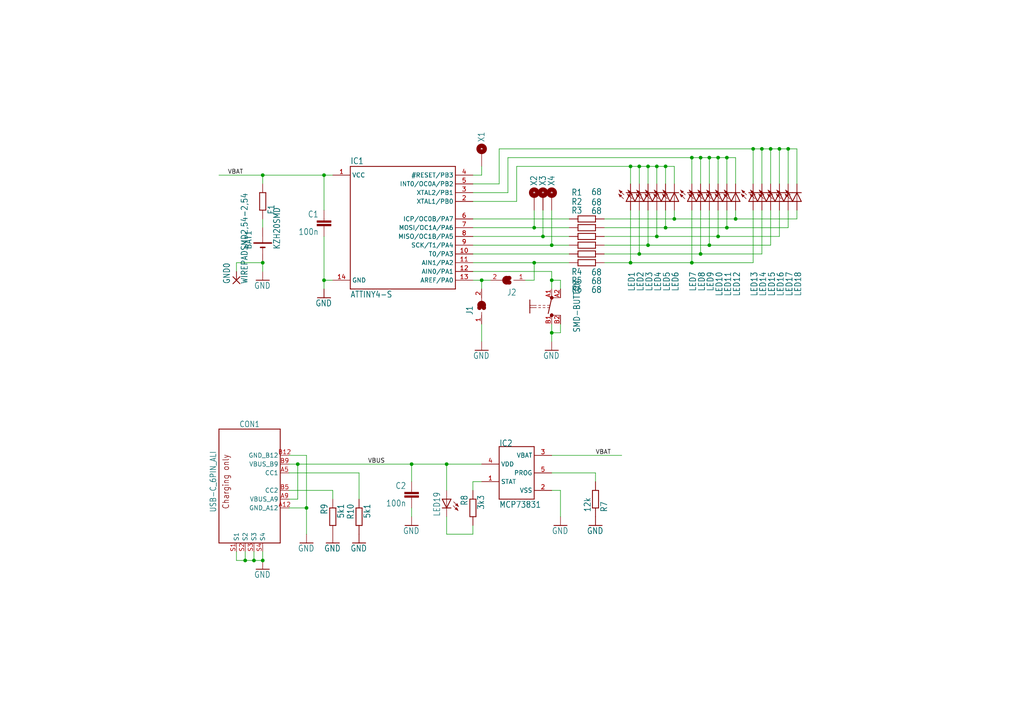
<source format=kicad_sch>
(kicad_sch (version 20230121) (generator eeschema)
  (paper "A4")
  (lib_symbols
    (symbol "AKLM-2.2-eagle-import:ATTINY4-S"
      (property "Reference" "IC" (at -15.24 20.32 0))
      (symbol "ATTINY4-S_1_0"
        (polyline (pts (xy -15.24 -17.78) (xy 15.24 -17.78)) (stroke (width 0.254)))
        (polyline (pts (xy -15.24 17.78) (xy -15.24 -17.78)) (stroke (width 0.254)))
        (polyline (pts (xy 15.24 -17.78) (xy 15.24 17.78)) (stroke (width 0.254)))
        (polyline (pts (xy 15.24 17.78) (xy -15.24 17.78)) (stroke (width 0.254)))
        (pin power_in line (at -20.32 15.24 0) (length 5.08) (name "VCC") (number "1"))
        (pin bidirectional line (at 20.32 -7.62 180) (length 5.08) (name "T0/PA3") (number "10"))
        (pin bidirectional line (at 20.32 -10.16 180) (length 5.08) (name "AIN1/PA2") (number "11"))
        (pin bidirectional line (at 20.32 -12.7 180) (length 5.08) (name "AIN0/PA1") (number "12"))
        (pin bidirectional line (at 20.32 -15.24 180) (length 5.08) (name "AREF/PA0") (number "13"))
        (pin power_in line (at -20.32 -15.24 0) (length 5.08) (name "GND") (number "14"))
        (pin bidirectional line (at 20.32 7.62 180) (length 5.08) (name "XTAL1/PB0") (number "2"))
        (pin bidirectional line (at 20.32 10.16 180) (length 5.08) (name "XTAL2/PB1") (number "3"))
        (pin bidirectional line (at 20.32 15.24 180) (length 5.08) (name "#RESET/PB3") (number "4"))
        (pin bidirectional line (at 20.32 12.7 180) (length 5.08) (name "INT0/OC0A/PB2") (number "5"))
        (pin bidirectional line (at 20.32 2.54 180) (length 5.08) (name "ICP/OC0B/PA7") (number "6"))
        (pin bidirectional line (at 20.32 0 180) (length 5.08) (name "MOSI/OC1A/PA6") (number "7"))
        (pin bidirectional line (at 20.32 -2.54 180) (length 5.08) (name "MISO/OC1B/PA5") (number "8"))
        (pin bidirectional line (at 20.32 -5.08 180) (length 5.08) (name "SCK/T1/PA4") (number "9"))
      )
    )
    (symbol "AKLM-2.2-eagle-import:C-EUC0805"
      (property "Reference" "C" (at 1.524 0.381 0))
      (symbol "C-EUC0805_1_0"
        (rectangle (start -2.032 -2.032) (end 2.032 -1.524) (fill (type outline)))
        (rectangle (start -2.032 -1.016) (end 2.032 -0.508) (fill (type outline)))
        (polyline (pts (xy 0 -2.54) (xy 0 -2.032)) (stroke (width 0.1524)))
        (polyline (pts (xy 0 0) (xy 0 -0.508)) (stroke (width 0.1524)))
        (pin passive line (at 0 2.54 270) (length 2.54) (name "1") (number "1"))
        (pin passive line (at 0 -5.08 90) (length 2.54) (name "2") (number "2"))
      )
    )
    (symbol "AKLM-2.2-eagle-import:GND" (power)
      (property "Value" "GND" (at -2.54 -2.54 0))
      (symbol "GND_1_0"
        (polyline (pts (xy -1.905 0) (xy 1.905 0)) (stroke (width 0.254)))
        (pin power_in line (at 0 2.54 270) (length 2.54) (name "GND") (number "1"))
      )
    )
    (symbol "AKLM-2.2-eagle-import:KZH20SMD"
      (property "Reference" "BAT" (at -1.27 3.175 0))
      (symbol "KZH20SMD_1_0"
        (polyline (pts (xy -2.54 0) (xy -0.635 0)) (stroke (width 0.1524)))
        (polyline (pts (xy -0.635 0) (xy -0.635 -0.635)) (stroke (width 0.4064)))
        (polyline (pts (xy -0.635 0.635) (xy -0.635 0)) (stroke (width 0.4064)))
        (polyline (pts (xy 0.635 0) (xy 0.635 -2.54)) (stroke (width 0.4064)))
        (polyline (pts (xy 0.635 0) (xy 2.54 0)) (stroke (width 0.1524)))
        (polyline (pts (xy 0.635 2.54) (xy 0.635 0)) (stroke (width 0.4064)))
        (pin power_in line (at -5.08 0 0) (length 2.54) (name "-") (number "NEG"))
        (pin power_in line (at 5.08 0 180) (length 2.54) (name "+") (number "POS"))
      )
    )
    (symbol "AKLM-2.2-eagle-import:LED_0805"
      (property "Reference" "LED" (at 3.81 -2.54 90))
      (symbol "LED_0805_1_0"
        (polyline (pts (xy -2.032 1.778) (xy -3.429 0.381)) (stroke (width 0.1524)))
        (polyline (pts (xy -1.905 0.635) (xy -3.302 -0.762)) (stroke (width 0.1524)))
        (polyline (pts (xy 0 0) (xy -1.27 0)) (stroke (width 0.254)))
        (polyline (pts (xy 0 0) (xy -1.27 2.54)) (stroke (width 0.254)))
        (polyline (pts (xy 0 2.54) (xy -1.27 2.54)) (stroke (width 0.254)))
        (polyline (pts (xy 0 2.54) (xy 0 0)) (stroke (width 0.1524)))
        (polyline (pts (xy 1.27 0) (xy 0 0)) (stroke (width 0.254)))
        (polyline (pts (xy 1.27 2.54) (xy 0 0)) (stroke (width 0.254)))
        (polyline (pts (xy 1.27 2.54) (xy 0 2.54)) (stroke (width 0.254)))
        (polyline (pts (xy -3.429 0.381) (xy -3.048 1.27) (xy -2.54 0.762)) (stroke (width 0.1524)) (fill (type outline)))
        (polyline (pts (xy -3.302 -0.762) (xy -2.921 0.127) (xy -2.413 -0.381)) (stroke (width 0.1524)) (fill (type outline)))
        (pin passive line (at 0 5.08 270) (length 2.54) (name "A") (number "A"))
        (pin passive line (at 0 -2.54 90) (length 2.54) (name "C") (number "C"))
      )
    )
    (symbol "AKLM-2.2-eagle-import:MCP73831"
      (property "Reference" "IC" (at -5.08 7.62 0))
      (symbol "MCP73831_1_0"
        (polyline (pts (xy -5.08 -7.62) (xy -5.08 7.62)) (stroke (width 0.254)))
        (polyline (pts (xy -5.08 7.62) (xy 5.08 7.62)) (stroke (width 0.254)))
        (polyline (pts (xy 5.08 -7.62) (xy -5.08 -7.62)) (stroke (width 0.254)))
        (polyline (pts (xy 5.08 7.62) (xy 5.08 -7.62)) (stroke (width 0.254)))
        (pin bidirectional line (at -10.16 -2.54 0) (length 5.08) (name "STAT") (number "1"))
        (pin bidirectional line (at 10.16 -5.08 180) (length 5.08) (name "VSS") (number "2"))
        (pin bidirectional line (at 10.16 5.08 180) (length 5.08) (name "VBAT") (number "3"))
        (pin bidirectional line (at -10.16 2.54 0) (length 5.08) (name "VDD") (number "4"))
        (pin bidirectional line (at 10.16 0 180) (length 5.08) (name "PROG") (number "5"))
      )
    )
    (symbol "AKLM-2.2-eagle-import:R-EU_R0805"
      (property "Reference" "R" (at -3.81 1.4986 0))
      (symbol "R-EU_R0805_1_0"
        (polyline (pts (xy -2.54 -0.889) (xy -2.54 0.889)) (stroke (width 0.254)))
        (polyline (pts (xy -2.54 -0.889) (xy 2.54 -0.889)) (stroke (width 0.254)))
        (polyline (pts (xy 2.54 -0.889) (xy 2.54 0.889)) (stroke (width 0.254)))
        (polyline (pts (xy 2.54 0.889) (xy -2.54 0.889)) (stroke (width 0.254)))
        (pin passive line (at -5.08 0 0) (length 2.54) (name "1") (number "1"))
        (pin passive line (at 5.08 0 180) (length 2.54) (name "2") (number "2"))
      )
    )
    (symbol "AKLM-2.2-eagle-import:R-EU_R1206"
      (property "Reference" "R" (at -3.81 1.4986 0))
      (symbol "R-EU_R1206_1_0"
        (polyline (pts (xy -2.54 -0.889) (xy -2.54 0.889)) (stroke (width 0.254)))
        (polyline (pts (xy -2.54 -0.889) (xy 2.54 -0.889)) (stroke (width 0.254)))
        (polyline (pts (xy 2.54 -0.889) (xy 2.54 0.889)) (stroke (width 0.254)))
        (polyline (pts (xy 2.54 0.889) (xy -2.54 0.889)) (stroke (width 0.254)))
        (pin passive line (at -5.08 0 0) (length 2.54) (name "1") (number "1"))
        (pin passive line (at 5.08 0 180) (length 2.54) (name "2") (number "2"))
      )
    )
    (symbol "AKLM-2.2-eagle-import:SJS"
      (property "Reference" "SJ" (at -2.54 2.54 0))
      (symbol "SJS_1_0"
        (arc (start -0.381 -0.635) (mid 0.2541 -0.0001) (end -0.3808 0.635) (stroke (width 1.27)))
        (polyline (pts (xy -2.54 0) (xy -1.651 0)) (stroke (width 0.1524)))
        (polyline (pts (xy 2.54 0) (xy 1.651 0)) (stroke (width 0.1524)))
        (arc (start 0.3808 -0.635) (mid 1.0132 -0.0001) (end 0.381 0.635) (stroke (width 1.27)))
        (pin passive line (at -5.08 0 0) (length 2.54) (name "1") (number "1"))
        (pin passive line (at 5.08 0 180) (length 2.54) (name "2") (number "2"))
      )
    )
    (symbol "AKLM-2.2-eagle-import:SMD-BUTTON"
      (symbol "SMD-BUTTON_1_0"
        (circle (center -2.54 0) (radius 0.127) (stroke (width 0.4064)))
        (polyline (pts (xy -2.54 -2.54) (xy -2.54 0)) (stroke (width 0.1524)))
        (polyline (pts (xy -2.54 0) (xy 0.3175 0.635)) (stroke (width 0.254)))
        (polyline (pts (xy -0.3175 1.27) (xy -0.3175 0.635)) (stroke (width 0.1524)))
        (polyline (pts (xy -0.3175 2.54) (xy -0.3175 1.905)) (stroke (width 0.1524)))
        (polyline (pts (xy -0.3175 3.81) (xy -0.3175 3.175)) (stroke (width 0.1524)))
        (polyline (pts (xy -0.3175 6.35) (xy -1.905 6.35)) (stroke (width 0.254)))
        (polyline (pts (xy -0.3175 6.35) (xy -0.3175 4.445)) (stroke (width 0.1524)))
        (polyline (pts (xy 0.3175 0.635) (xy 2.032 1.016)) (stroke (width 0.254)))
        (polyline (pts (xy 0.3175 1.27) (xy 0.3175 0.635)) (stroke (width 0.1524)))
        (polyline (pts (xy 0.3175 2.54) (xy 0.3175 1.905)) (stroke (width 0.1524)))
        (polyline (pts (xy 0.3175 3.81) (xy 0.3175 3.175)) (stroke (width 0.1524)))
        (polyline (pts (xy 0.3175 6.35) (xy -0.3175 6.35)) (stroke (width 0.254)))
        (polyline (pts (xy 0.3175 6.35) (xy 0.3175 4.445)) (stroke (width 0.1524)))
        (polyline (pts (xy 1.905 6.35) (xy 0.3175 6.35)) (stroke (width 0.254)))
        (polyline (pts (xy 2.032 0) (xy 2.54 0)) (stroke (width 0.254)))
        (polyline (pts (xy 2.54 -2.54) (xy 2.54 0)) (stroke (width 0.1524)))
        (circle (center 2.54 0) (radius 0.127) (stroke (width 0.4064)))
        (pin passive line (at -5.08 0 0) (length 2.54) (name "P") (number "A1"))
        (pin passive line (at -5.08 -2.54 0) (length 2.54) (name "P@1") (number "A2"))
        (pin passive line (at 5.08 0 180) (length 2.54) (name "S") (number "B1"))
        (pin passive line (at 5.08 -2.54 180) (length 2.54) (name "S@1") (number "B2"))
      )
    )
    (symbol "AKLM-2.2-eagle-import:SMDPAD-75"
      (property "Reference" "X" (at 1.905 -0.889 0))
      (symbol "SMDPAD-75_1_0"
        (circle (center 0 0) (radius 0.254) (stroke (width 1.27)))
        (pin bidirectional line (at -5.08 0 0) (length 5.08) (name "P$1") (number "PAD"))
      )
    )
    (symbol "AKLM-2.2-eagle-import:USB-C_6PIN_ALI"
      (property "Reference" "CON" (at 1.27 15.748 0))
      (symbol "USB-C_6PIN_ALI_1_0"
        (polyline (pts (xy -7.62 -17.78) (xy -7.62 15.24)) (stroke (width 0.254)))
        (polyline (pts (xy -7.62 15.24) (xy 10.16 15.24)) (stroke (width 0.254)))
        (polyline (pts (xy 10.16 -17.78) (xy -7.62 -17.78)) (stroke (width 0.254)))
        (polyline (pts (xy 10.16 15.24) (xy 10.16 -17.78)) (stroke (width 0.254)))
        (text "Charging only" (at -4.572 0 900) (effects (font (size 1.778 1.5113)) (justify bottom)))
        (pin passive line (at 12.7 -7.62 180) (length 2.54) (name "GND_A12") (number "A12"))
        (pin passive line (at 12.7 2.54 180) (length 2.54) (name "CC1") (number "A5"))
        (pin passive line (at 12.7 -5.08 180) (length 2.54) (name "VBUS_A9") (number "A9"))
        (pin passive line (at 12.7 7.62 180) (length 2.54) (name "GND_B12") (number "B12"))
        (pin passive line (at 12.7 -2.54 180) (length 2.54) (name "CC2") (number "B5"))
        (pin passive line (at 12.7 5.08 180) (length 2.54) (name "VBUS_B9") (number "B9"))
        (pin passive line (at -2.54 -20.32 90) (length 2.54) (name "S1") (number "S1"))
        (pin passive line (at 0 -20.32 90) (length 2.54) (name "S2") (number "S2"))
        (pin passive line (at 2.54 -20.32 90) (length 2.54) (name "S3") (number "S3"))
        (pin passive line (at 5.08 -20.32 90) (length 2.54) (name "S4") (number "S4"))
      )
    )
    (symbol "AKLM-2.2-eagle-import:WIREPADSMD2,54-2,54"
      (property "Reference" "PAD" (at -1.143 1.8542 0))
      (symbol "WIREPADSMD2,54-2,54_1_0"
        (polyline (pts (xy -1.016 -1.016) (xy 1.016 1.016)) (stroke (width 0.254)))
        (polyline (pts (xy -1.016 1.016) (xy 1.016 -1.016)) (stroke (width 0.254)))
        (pin passive line (at 2.54 0 180) (length 2.54) (name "P") (number "1"))
      )
    )
  )
  (junction (at 213.36 63.5))
  (junction (at 195.58 63.5))
  (junction (at 119.38 134.62))
  (junction (at 205.74 71.12))
  (junction (at 228.6 43.18))
  (junction (at 182.88 76.2))
  (junction (at 73.66 162.56))
  (junction (at 223.52 43.18))
  (junction (at 226.06 43.18))
  (junction (at 160.02 96.52))
  (junction (at 76.2 76.2))
  (junction (at 93.98 50.8))
  (junction (at 187.96 48.26))
  (junction (at 190.5 48.26))
  (junction (at 88.9 147.32))
  (junction (at 203.2 45.72))
  (junction (at 193.04 48.26))
  (junction (at 86.36 134.62))
  (junction (at 160.02 81.28))
  (junction (at 210.82 45.72))
  (junction (at 185.42 73.66))
  (junction (at 154.94 76.2))
  (junction (at 154.94 66.04))
  (junction (at 220.98 43.18))
  (junction (at 200.66 76.2))
  (junction (at 139.7 81.28))
  (junction (at 218.44 43.18))
  (junction (at 76.2 162.56))
  (junction (at 76.2 50.8))
  (junction (at 187.96 71.12))
  (junction (at 185.42 48.26))
  (junction (at 93.98 81.28))
  (junction (at 190.5 68.58))
  (junction (at 208.28 45.72))
  (junction (at 71.12 162.56))
  (junction (at 205.74 45.72))
  (junction (at 157.48 68.58))
  (junction (at 200.66 45.72))
  (junction (at 182.88 48.26))
  (junction (at 160.02 71.12))
  (junction (at 129.54 134.62))
  (junction (at 203.2 73.66))
  (junction (at 193.04 66.04))
  (junction (at 208.28 68.58))
  (junction (at 210.82 66.04))
  (wire (pts (xy 195.58 60.96) (xy 195.58 63.5)) (stroke (width 0.1524)))
  (wire (pts (xy 160.02 83.82) (xy 160.02 81.28)) (stroke (width 0.1524)))
  (wire (pts (xy 96.52 81.28) (xy 93.98 81.28)) (stroke (width 0.1524)))
  (wire (pts (xy 220.98 43.18) (xy 223.52 43.18)) (stroke (width 0.1524)))
  (wire (pts (xy 182.88 48.26) (xy 182.88 53.34)) (stroke (width 0.1524)))
  (wire (pts (xy 203.2 73.66) (xy 220.98 73.66)) (stroke (width 0.1524)))
  (wire (pts (xy 137.16 63.5) (xy 165.1 63.5)) (stroke (width 0.1524)))
  (wire (pts (xy 119.38 149.86) (xy 119.38 147.32)) (stroke (width 0.1524)))
  (wire (pts (xy 147.32 55.88) (xy 147.32 45.72)) (stroke (width 0.1524)))
  (wire (pts (xy 190.5 60.96) (xy 190.5 68.58)) (stroke (width 0.1524)))
  (wire (pts (xy 76.2 50.8) (xy 63.5 50.8)) (stroke (width 0.1524)))
  (wire (pts (xy 205.74 45.72) (xy 208.28 45.72)) (stroke (width 0.1524)))
  (wire (pts (xy 137.16 81.28) (xy 139.7 81.28)) (stroke (width 0.1524)))
  (wire (pts (xy 96.52 142.24) (xy 96.52 144.78)) (stroke (width 0.1524)))
  (wire (pts (xy 137.16 58.42) (xy 149.86 58.42)) (stroke (width 0.1524)))
  (wire (pts (xy 86.36 134.62) (xy 119.38 134.62)) (stroke (width 0.1524)))
  (wire (pts (xy 160.02 99.06) (xy 160.02 96.52)) (stroke (width 0.1524)))
  (wire (pts (xy 160.02 137.16) (xy 172.72 137.16)) (stroke (width 0.1524)))
  (wire (pts (xy 218.44 43.18) (xy 220.98 43.18)) (stroke (width 0.1524)))
  (wire (pts (xy 71.12 162.56) (xy 68.58 162.56)) (stroke (width 0.1524)))
  (wire (pts (xy 137.16 71.12) (xy 160.02 71.12)) (stroke (width 0.1524)))
  (wire (pts (xy 213.36 60.96) (xy 213.36 63.5)) (stroke (width 0.1524)))
  (wire (pts (xy 162.56 81.28) (xy 160.02 81.28)) (stroke (width 0.1524)))
  (wire (pts (xy 154.94 76.2) (xy 165.1 76.2)) (stroke (width 0.1524)))
  (wire (pts (xy 175.26 73.66) (xy 185.42 73.66)) (stroke (width 0.1524)))
  (wire (pts (xy 86.36 134.62) (xy 83.82 134.62)) (stroke (width 0.1524)))
  (wire (pts (xy 93.98 68.58) (xy 93.98 81.28)) (stroke (width 0.1524)))
  (wire (pts (xy 228.6 43.18) (xy 231.14 43.18)) (stroke (width 0.1524)))
  (wire (pts (xy 203.2 45.72) (xy 205.74 45.72)) (stroke (width 0.1524)))
  (wire (pts (xy 223.52 53.34) (xy 223.52 43.18)) (stroke (width 0.1524)))
  (wire (pts (xy 200.66 60.96) (xy 200.66 76.2)) (stroke (width 0.1524)))
  (wire (pts (xy 83.82 142.24) (xy 96.52 142.24)) (stroke (width 0.1524)))
  (wire (pts (xy 210.82 53.34) (xy 210.82 45.72)) (stroke (width 0.1524)))
  (wire (pts (xy 142.24 81.28) (xy 139.7 81.28)) (stroke (width 0.1524)))
  (wire (pts (xy 187.96 60.96) (xy 187.96 71.12)) (stroke (width 0.1524)))
  (wire (pts (xy 200.66 45.72) (xy 203.2 45.72)) (stroke (width 0.1524)))
  (wire (pts (xy 137.16 142.24) (xy 137.16 139.7)) (stroke (width 0.1524)))
  (wire (pts (xy 93.98 60.96) (xy 93.98 50.8)) (stroke (width 0.1524)))
  (wire (pts (xy 162.56 83.82) (xy 162.56 81.28)) (stroke (width 0.1524)))
  (wire (pts (xy 182.88 48.26) (xy 185.42 48.26)) (stroke (width 0.1524)))
  (wire (pts (xy 228.6 66.04) (xy 228.6 60.96)) (stroke (width 0.1524)))
  (wire (pts (xy 185.42 73.66) (xy 203.2 73.66)) (stroke (width 0.1524)))
  (wire (pts (xy 175.26 68.58) (xy 190.5 68.58)) (stroke (width 0.1524)))
  (wire (pts (xy 149.86 48.26) (xy 182.88 48.26)) (stroke (width 0.1524)))
  (wire (pts (xy 154.94 66.04) (xy 165.1 66.04)) (stroke (width 0.1524)))
  (wire (pts (xy 137.16 73.66) (xy 165.1 73.66)) (stroke (width 0.1524)))
  (wire (pts (xy 86.36 144.78) (xy 86.36 134.62)) (stroke (width 0.1524)))
  (wire (pts (xy 175.26 71.12) (xy 187.96 71.12)) (stroke (width 0.1524)))
  (wire (pts (xy 218.44 53.34) (xy 218.44 43.18)) (stroke (width 0.1524)))
  (wire (pts (xy 129.54 154.94) (xy 137.16 154.94)) (stroke (width 0.1524)))
  (wire (pts (xy 68.58 76.2) (xy 76.2 76.2)) (stroke (width 0.1524)))
  (wire (pts (xy 231.14 43.18) (xy 231.14 53.34)) (stroke (width 0.1524)))
  (wire (pts (xy 68.58 78.74) (xy 68.58 76.2)) (stroke (width 0.1524)))
  (wire (pts (xy 129.54 134.62) (xy 139.7 134.62)) (stroke (width 0.1524)))
  (wire (pts (xy 76.2 50.8) (xy 76.2 53.34)) (stroke (width 0.1524)))
  (wire (pts (xy 154.94 81.28) (xy 154.94 76.2)) (stroke (width 0.1524)))
  (wire (pts (xy 160.02 132.08) (xy 180.34 132.08)) (stroke (width 0.1524)))
  (wire (pts (xy 175.26 63.5) (xy 195.58 63.5)) (stroke (width 0.1524)))
  (wire (pts (xy 185.42 48.26) (xy 187.96 48.26)) (stroke (width 0.1524)))
  (wire (pts (xy 157.48 60.96) (xy 157.48 68.58)) (stroke (width 0.1524)))
  (wire (pts (xy 137.16 139.7) (xy 139.7 139.7)) (stroke (width 0.1524)))
  (wire (pts (xy 162.56 93.98) (xy 162.56 96.52)) (stroke (width 0.1524)))
  (wire (pts (xy 137.16 53.34) (xy 144.78 53.34)) (stroke (width 0.1524)))
  (wire (pts (xy 137.16 68.58) (xy 157.48 68.58)) (stroke (width 0.1524)))
  (wire (pts (xy 147.32 45.72) (xy 200.66 45.72)) (stroke (width 0.1524)))
  (wire (pts (xy 71.12 160.02) (xy 71.12 162.56)) (stroke (width 0.1524)))
  (wire (pts (xy 139.7 50.8) (xy 139.7 48.26)) (stroke (width 0.1524)))
  (wire (pts (xy 231.14 63.5) (xy 231.14 60.96)) (stroke (width 0.1524)))
  (wire (pts (xy 210.82 60.96) (xy 210.82 66.04)) (stroke (width 0.1524)))
  (wire (pts (xy 220.98 73.66) (xy 220.98 60.96)) (stroke (width 0.1524)))
  (wire (pts (xy 160.02 93.98) (xy 160.02 96.52)) (stroke (width 0.1524)))
  (wire (pts (xy 187.96 71.12) (xy 205.74 71.12)) (stroke (width 0.1524)))
  (wire (pts (xy 76.2 78.74) (xy 76.2 76.2)) (stroke (width 0.1524)))
  (wire (pts (xy 144.78 43.18) (xy 218.44 43.18)) (stroke (width 0.1524)))
  (wire (pts (xy 175.26 66.04) (xy 193.04 66.04)) (stroke (width 0.1524)))
  (wire (pts (xy 73.66 162.56) (xy 71.12 162.56)) (stroke (width 0.1524)))
  (wire (pts (xy 208.28 53.34) (xy 208.28 45.72)) (stroke (width 0.1524)))
  (wire (pts (xy 88.9 147.32) (xy 83.82 147.32)) (stroke (width 0.1524)))
  (wire (pts (xy 223.52 71.12) (xy 223.52 60.96)) (stroke (width 0.1524)))
  (wire (pts (xy 210.82 45.72) (xy 213.36 45.72)) (stroke (width 0.1524)))
  (wire (pts (xy 162.56 96.52) (xy 160.02 96.52)) (stroke (width 0.1524)))
  (wire (pts (xy 137.16 55.88) (xy 147.32 55.88)) (stroke (width 0.1524)))
  (wire (pts (xy 88.9 147.32) (xy 88.9 154.94)) (stroke (width 0.1524)))
  (wire (pts (xy 144.78 53.34) (xy 144.78 43.18)) (stroke (width 0.1524)))
  (wire (pts (xy 210.82 66.04) (xy 228.6 66.04)) (stroke (width 0.1524)))
  (wire (pts (xy 185.42 48.26) (xy 185.42 53.34)) (stroke (width 0.1524)))
  (wire (pts (xy 182.88 76.2) (xy 200.66 76.2)) (stroke (width 0.1524)))
  (wire (pts (xy 213.36 63.5) (xy 231.14 63.5)) (stroke (width 0.1524)))
  (wire (pts (xy 205.74 71.12) (xy 223.52 71.12)) (stroke (width 0.1524)))
  (wire (pts (xy 208.28 45.72) (xy 210.82 45.72)) (stroke (width 0.1524)))
  (wire (pts (xy 104.14 137.16) (xy 104.14 144.78)) (stroke (width 0.1524)))
  (wire (pts (xy 119.38 134.62) (xy 129.54 134.62)) (stroke (width 0.1524)))
  (wire (pts (xy 190.5 48.26) (xy 190.5 53.34)) (stroke (width 0.1524)))
  (wire (pts (xy 208.28 60.96) (xy 208.28 68.58)) (stroke (width 0.1524)))
  (wire (pts (xy 129.54 142.24) (xy 129.54 134.62)) (stroke (width 0.1524)))
  (wire (pts (xy 160.02 71.12) (xy 165.1 71.12)) (stroke (width 0.1524)))
  (wire (pts (xy 172.72 137.16) (xy 172.72 139.7)) (stroke (width 0.1524)))
  (wire (pts (xy 137.16 50.8) (xy 139.7 50.8)) (stroke (width 0.1524)))
  (wire (pts (xy 193.04 66.04) (xy 210.82 66.04)) (stroke (width 0.1524)))
  (wire (pts (xy 129.54 149.86) (xy 129.54 154.94)) (stroke (width 0.1524)))
  (wire (pts (xy 93.98 83.82) (xy 93.98 81.28)) (stroke (width 0.1524)))
  (wire (pts (xy 203.2 53.34) (xy 203.2 45.72)) (stroke (width 0.1524)))
  (wire (pts (xy 190.5 48.26) (xy 193.04 48.26)) (stroke (width 0.1524)))
  (wire (pts (xy 137.16 66.04) (xy 154.94 66.04)) (stroke (width 0.1524)))
  (wire (pts (xy 93.98 50.8) (xy 76.2 50.8)) (stroke (width 0.1524)))
  (wire (pts (xy 208.28 68.58) (xy 226.06 68.58)) (stroke (width 0.1524)))
  (wire (pts (xy 220.98 53.34) (xy 220.98 43.18)) (stroke (width 0.1524)))
  (wire (pts (xy 205.74 60.96) (xy 205.74 71.12)) (stroke (width 0.1524)))
  (wire (pts (xy 83.82 132.08) (xy 88.9 132.08)) (stroke (width 0.1524)))
  (wire (pts (xy 228.6 53.34) (xy 228.6 43.18)) (stroke (width 0.1524)))
  (wire (pts (xy 193.04 48.26) (xy 193.04 53.34)) (stroke (width 0.1524)))
  (wire (pts (xy 185.42 60.96) (xy 185.42 73.66)) (stroke (width 0.1524)))
  (wire (pts (xy 193.04 48.26) (xy 195.58 48.26)) (stroke (width 0.1524)))
  (wire (pts (xy 139.7 81.28) (xy 139.7 83.82)) (stroke (width 0.1524)))
  (wire (pts (xy 93.98 50.8) (xy 96.52 50.8)) (stroke (width 0.1524)))
  (wire (pts (xy 187.96 48.26) (xy 190.5 48.26)) (stroke (width 0.1524)))
  (wire (pts (xy 175.26 76.2) (xy 182.88 76.2)) (stroke (width 0.1524)))
  (wire (pts (xy 152.4 81.28) (xy 154.94 81.28)) (stroke (width 0.1524)))
  (wire (pts (xy 187.96 48.26) (xy 187.96 53.34)) (stroke (width 0.1524)))
  (wire (pts (xy 203.2 60.96) (xy 203.2 73.66)) (stroke (width 0.1524)))
  (wire (pts (xy 160.02 142.24) (xy 162.56 142.24)) (stroke (width 0.1524)))
  (wire (pts (xy 68.58 162.56) (xy 68.58 160.02)) (stroke (width 0.1524)))
  (wire (pts (xy 137.16 76.2) (xy 154.94 76.2)) (stroke (width 0.1524)))
  (wire (pts (xy 88.9 132.08) (xy 88.9 147.32)) (stroke (width 0.1524)))
  (wire (pts (xy 83.82 144.78) (xy 86.36 144.78)) (stroke (width 0.1524)))
  (wire (pts (xy 182.88 60.96) (xy 182.88 76.2)) (stroke (width 0.1524)))
  (wire (pts (xy 73.66 160.02) (xy 73.66 162.56)) (stroke (width 0.1524)))
  (wire (pts (xy 200.66 53.34) (xy 200.66 45.72)) (stroke (width 0.1524)))
  (wire (pts (xy 83.82 137.16) (xy 104.14 137.16)) (stroke (width 0.1524)))
  (wire (pts (xy 226.06 53.34) (xy 226.06 43.18)) (stroke (width 0.1524)))
  (wire (pts (xy 160.02 81.28) (xy 160.02 78.74)) (stroke (width 0.1524)))
  (wire (pts (xy 213.36 45.72) (xy 213.36 53.34)) (stroke (width 0.1524)))
  (wire (pts (xy 195.58 48.26) (xy 195.58 53.34)) (stroke (width 0.1524)))
  (wire (pts (xy 137.16 154.94) (xy 137.16 152.4)) (stroke (width 0.1524)))
  (wire (pts (xy 190.5 68.58) (xy 208.28 68.58)) (stroke (width 0.1524)))
  (wire (pts (xy 139.7 93.98) (xy 139.7 99.06)) (stroke (width 0.1524)))
  (wire (pts (xy 200.66 76.2) (xy 218.44 76.2)) (stroke (width 0.1524)))
  (wire (pts (xy 205.74 53.34) (xy 205.74 45.72)) (stroke (width 0.1524)))
  (wire (pts (xy 193.04 60.96) (xy 193.04 66.04)) (stroke (width 0.1524)))
  (wire (pts (xy 162.56 142.24) (xy 162.56 149.86)) (stroke (width 0.1524)))
  (wire (pts (xy 76.2 162.56) (xy 73.66 162.56)) (stroke (width 0.1524)))
  (wire (pts (xy 218.44 76.2) (xy 218.44 60.96)) (stroke (width 0.1524)))
  (wire (pts (xy 76.2 63.5) (xy 76.2 66.04)) (stroke (width 0.1524)))
  (wire (pts (xy 160.02 60.96) (xy 160.02 71.12)) (stroke (width 0.1524)))
  (wire (pts (xy 154.94 60.96) (xy 154.94 66.04)) (stroke (width 0.1524)))
  (wire (pts (xy 226.06 68.58) (xy 226.06 60.96)) (stroke (width 0.1524)))
  (wire (pts (xy 160.02 78.74) (xy 137.16 78.74)) (stroke (width 0.1524)))
  (wire (pts (xy 119.38 139.7) (xy 119.38 134.62)) (stroke (width 0.1524)))
  (wire (pts (xy 149.86 58.42) (xy 149.86 48.26)) (stroke (width 0.1524)))
  (wire (pts (xy 223.52 43.18) (xy 226.06 43.18)) (stroke (width 0.1524)))
  (wire (pts (xy 157.48 68.58) (xy 165.1 68.58)) (stroke (width 0.1524)))
  (wire (pts (xy 195.58 63.5) (xy 213.36 63.5)) (stroke (width 0.1524)))
  (wire (pts (xy 76.2 162.56) (xy 76.2 160.02)) (stroke (width 0.1524)))
  (wire (pts (xy 226.06 43.18) (xy 228.6 43.18)) (stroke (width 0.1524)))
  (label "VBAT" (at 172.72 132.08 0) (effects (font (size 1.2446 1.2446))))
  (label "VBAT" (at 66.04 50.8 0) (effects (font (size 1.2446 1.2446))))
  (label "VBUS" (at 106.68 134.62 0) (effects (font (size 1.2446 1.2446))))
  (symbol (lib_id "AKLM-2.2-eagle-import:SJS") (at 147.32 81.28 180) (unit 1)
    (property "Reference" "J2" (at 149.86 83.82 0) (effects (font (size 1.778 1.5113)) (justify left bottom)))
    (property "Value" "SJS" (effects hide))
    (property "Footprint" "AKLM-2.2:SJS" (effects hide))
  )
  (symbol (lib_id "AKLM-2.2-eagle-import:LED_0805") (at 208.28 55.88 0) (mirror x) (unit 1)
    (property "Reference" "LED10" (at 209.55 78.74 90) (effects (font (size 1.778 1.5113)) (justify left bottom)))
    (property "Value" "LED_0805" (effects hide))
    (property "Footprint" "AKLM-2.2:CHIPLED_0805" (effects hide))
  )
  (symbol (lib_id "AKLM-2.2-eagle-import:R-EU_R0805") (at 104.14 149.86 90) (mirror x) (unit 1)
    (property "Reference" "R10" (at 102.6414 146.05 0) (effects (font (size 1.778 1.5113)) (justify left bottom)))
    (property "Value" "5k1" (at 107.442 146.05 0) (effects (font (size 1.778 1.5113)) (justify left bottom)))
    (property "Footprint" "AKLM-2.2:R0805" (effects hide))
  )
  (symbol (lib_id "AKLM-2.2-eagle-import:R-EU_R0805") (at 170.18 66.04 0) (mirror x) (unit 1)
    (property "Reference" "R2" (at 168.91 59.4614 0) (effects (font (size 1.778 1.5113)) (justify right top)))
    (property "Value" "68" (at 171.45 57.658 0) (effects (font (size 1.778 1.5113)) (justify left bottom)))
    (property "Footprint" "AKLM-2.2:R0805" (effects hide))
  )
  (symbol (lib_id "AKLM-2.2-eagle-import:R-EU_R0805") (at 170.18 68.58 0) (mirror x) (unit 1)
    (property "Reference" "R3" (at 168.91 62.0014 0) (effects (font (size 1.778 1.5113)) (justify right top)))
    (property "Value" "68" (at 171.45 60.198 0) (effects (font (size 1.778 1.5113)) (justify left bottom)))
    (property "Footprint" "AKLM-2.2:R0805" (effects hide))
  )
  (symbol (lib_id "AKLM-2.2-eagle-import:GND") (at 76.2 81.28 0) (unit 1)
    (property "Reference" "#GND6" (effects hide))
    (property "Value" "GND" (at 73.66 83.82 0) (effects (font (size 1.778 1.5113)) (justify left bottom)))
  )
  (symbol (lib_id "AKLM-2.2-eagle-import:LED_0805") (at 203.2 55.88 0) (mirror x) (unit 1)
    (property "Reference" "LED8" (at 204.47 78.74 90) (effects (font (size 1.778 1.5113)) (justify left bottom)))
    (property "Value" "LED_0805" (effects hide))
    (property "Footprint" "AKLM-2.2:CHIPLED_0805" (effects hide))
  )
  (symbol (lib_id "AKLM-2.2-eagle-import:GND") (at 88.9 157.48 0) (unit 1)
    (property "Reference" "#GND9" (effects hide))
    (property "Value" "GND" (at 86.36 160.02 0) (effects (font (size 1.778 1.5113)) (justify left bottom)))
  )
  (symbol (lib_id "AKLM-2.2-eagle-import:R-EU_R0805") (at 137.16 147.32 90) (mirror x) (unit 1)
    (property "Reference" "R8" (at 135.6614 143.51 0) (effects (font (size 1.778 1.5113)) (justify left bottom)))
    (property "Value" "3k3" (at 140.462 143.51 0) (effects (font (size 1.778 1.5113)) (justify left bottom)))
    (property "Footprint" "AKLM-2.2:R0805" (effects hide))
  )
  (symbol (lib_id "AKLM-2.2-eagle-import:LED_0805") (at 205.74 55.88 0) (mirror x) (unit 1)
    (property "Reference" "LED9" (at 207.01 78.74 90) (effects (font (size 1.778 1.5113)) (justify left bottom)))
    (property "Value" "LED_0805" (effects hide))
    (property "Footprint" "AKLM-2.2:CHIPLED_0805" (effects hide))
  )
  (symbol (lib_id "AKLM-2.2-eagle-import:LED_0805") (at 226.06 55.88 0) (mirror x) (unit 1)
    (property "Reference" "LED16" (at 227.33 78.74 90) (effects (font (size 1.778 1.5113)) (justify left bottom)))
    (property "Value" "LED_0805" (effects hide))
    (property "Footprint" "AKLM-2.2:CHIPLED_0805" (effects hide))
  )
  (symbol (lib_id "AKLM-2.2-eagle-import:C-EUC0805") (at 119.38 142.24 0) (mirror y) (unit 1)
    (property "Reference" "C2" (at 117.856 141.859 0) (effects (font (size 1.778 1.5113)) (justify left bottom)))
    (property "Value" "100n" (at 117.856 146.939 0) (effects (font (size 1.778 1.5113)) (justify left bottom)))
    (property "Footprint" "AKLM-2.2:C0805" (effects hide))
  )
  (symbol (lib_id "AKLM-2.2-eagle-import:SJS") (at 139.7 88.9 90) (unit 1)
    (property "Reference" "J1" (at 137.16 91.44 0) (effects (font (size 1.778 1.5113)) (justify left bottom)))
    (property "Value" "SJS" (effects hide))
    (property "Footprint" "AKLM-2.2:SJS" (effects hide))
  )
  (symbol (lib_id "AKLM-2.2-eagle-import:LED_0805") (at 223.52 55.88 0) (mirror x) (unit 1)
    (property "Reference" "LED15" (at 224.79 78.74 90) (effects (font (size 1.778 1.5113)) (justify left bottom)))
    (property "Value" "LED_0805" (effects hide))
    (property "Footprint" "AKLM-2.2:CHIPLED_0805" (effects hide))
  )
  (symbol (lib_id "AKLM-2.2-eagle-import:WIREPADSMD2,54-2,54") (at 68.58 81.28 90) (unit 1)
    (property "Reference" "GND0" (at 66.7258 82.423 0) (effects (font (size 1.778 1.5113)) (justify left bottom)))
    (property "Value" "WIREPADSMD2,54-2,54" (at 71.882 82.423 0) (effects (font (size 1.778 1.5113)) (justify left bottom)))
    (property "Footprint" "AKLM-2.2:SMD2,54-2.54" (effects hide))
  )
  (symbol (lib_id "AKLM-2.2-eagle-import:R-EU_R0805") (at 170.18 76.2 0) (mirror x) (unit 1)
    (property "Reference" "R6" (at 168.91 84.8614 0) (effects (font (size 1.778 1.5113)) (justify right top)))
    (property "Value" "68" (at 171.45 83.058 0) (effects (font (size 1.778 1.5113)) (justify left bottom)))
    (property "Footprint" "AKLM-2.2:R0805" (effects hide))
  )
  (symbol (lib_id "AKLM-2.2-eagle-import:LED_0805") (at 187.96 55.88 0) (mirror x) (unit 1)
    (property "Reference" "LED3" (at 189.23 78.74 90) (effects (font (size 1.778 1.5113)) (justify left bottom)))
    (property "Value" "LED_0805" (effects hide))
    (property "Footprint" "AKLM-2.2:CHIPLED_0805" (effects hide))
  )
  (symbol (lib_id "AKLM-2.2-eagle-import:LED_0805") (at 129.54 147.32 0) (mirror y) (unit 1)
    (property "Reference" "LED19" (at 125.73 149.86 90) (effects (font (size 1.778 1.5113)) (justify left bottom)))
    (property "Value" "LED_0805" (effects hide))
    (property "Footprint" "AKLM-2.2:CHIPLED_0805" (effects hide))
  )
  (symbol (lib_id "AKLM-2.2-eagle-import:GND") (at 139.7 101.6 0) (unit 1)
    (property "Reference" "#GND4" (effects hide))
    (property "Value" "GND" (at 137.16 104.14 0) (effects (font (size 1.778 1.5113)) (justify left bottom)))
  )
  (symbol (lib_id "AKLM-2.2-eagle-import:LED_0805") (at 228.6 55.88 0) (mirror x) (unit 1)
    (property "Reference" "LED17" (at 229.87 78.74 90) (effects (font (size 1.778 1.5113)) (justify left bottom)))
    (property "Value" "LED_0805" (effects hide))
    (property "Footprint" "AKLM-2.2:CHIPLED_0805" (effects hide))
  )
  (symbol (lib_id "AKLM-2.2-eagle-import:LED_0805") (at 210.82 55.88 0) (mirror x) (unit 1)
    (property "Reference" "LED11" (at 212.09 78.74 90) (effects (font (size 1.778 1.5113)) (justify left bottom)))
    (property "Value" "LED_0805" (effects hide))
    (property "Footprint" "AKLM-2.2:CHIPLED_0805" (effects hide))
  )
  (symbol (lib_id "AKLM-2.2-eagle-import:LED_0805") (at 220.98 55.88 0) (mirror x) (unit 1)
    (property "Reference" "LED14" (at 222.25 78.74 90) (effects (font (size 1.778 1.5113)) (justify left bottom)))
    (property "Value" "LED_0805" (effects hide))
    (property "Footprint" "AKLM-2.2:CHIPLED_0805" (effects hide))
  )
  (symbol (lib_id "AKLM-2.2-eagle-import:SMDPAD-75") (at 157.48 55.88 90) (unit 1)
    (property "Reference" "X3" (at 158.369 53.975 0) (effects (font (size 1.778 1.5113)) (justify left bottom)))
    (property "Value" "SMDPAD-75" (effects hide))
    (property "Footprint" "AKLM-2.2:SMDPAD_75MIL" (effects hide))
  )
  (symbol (lib_id "AKLM-2.2-eagle-import:GND") (at 162.56 152.4 0) (unit 1)
    (property "Reference" "#GND2" (effects hide))
    (property "Value" "GND" (at 160.02 154.94 0) (effects (font (size 1.778 1.5113)) (justify left bottom)))
  )
  (symbol (lib_id "AKLM-2.2-eagle-import:ATTINY4-S") (at 116.84 66.04 0) (unit 1)
    (property "Reference" "IC1" (at 101.6 45.72 0) (effects (font (size 1.778 1.5113)) (justify left top)))
    (property "Value" "ATTINY4-S" (at 101.6 86.36 0) (effects (font (size 1.778 1.5113)) (justify left bottom)))
    (property "Footprint" "AKLM-2.2:SO14" (effects hide))
  )
  (symbol (lib_id "AKLM-2.2-eagle-import:SMD-BUTTON") (at 160.02 88.9 90) (mirror x) (unit 1)
    (property "Reference" "SW1" (effects hide))
    (property "Value" "SMD-BUTTON" (at 168.275 96.52 0) (effects (font (size 1.778 1.5113)) (justify right bottom)))
    (property "Footprint" "AKLM-2.2:LSG-KEY" (effects hide))
  )
  (symbol (lib_id "AKLM-2.2-eagle-import:GND") (at 160.02 101.6 0) (unit 1)
    (property "Reference" "#GND3" (effects hide))
    (property "Value" "GND" (at 157.48 104.14 0) (effects (font (size 1.778 1.5113)) (justify left bottom)))
  )
  (symbol (lib_id "AKLM-2.2-eagle-import:LED_0805") (at 218.44 55.88 0) (mirror x) (unit 1)
    (property "Reference" "LED13" (at 219.71 78.74 90) (effects (font (size 1.778 1.5113)) (justify left bottom)))
    (property "Value" "LED_0805" (effects hide))
    (property "Footprint" "AKLM-2.2:CHIPLED_0805" (effects hide))
  )
  (symbol (lib_id "AKLM-2.2-eagle-import:R-EU_R0805") (at 170.18 71.12 0) (mirror x) (unit 1)
    (property "Reference" "R4" (at 168.91 79.7814 0) (effects (font (size 1.778 1.5113)) (justify right top)))
    (property "Value" "68" (at 171.45 77.978 0) (effects (font (size 1.778 1.5113)) (justify left bottom)))
    (property "Footprint" "AKLM-2.2:R0805" (effects hide))
  )
  (symbol (lib_id "AKLM-2.2-eagle-import:R-EU_R1206") (at 76.2 58.42 270) (mirror x) (unit 1)
    (property "Reference" "F1" (at 77.6986 62.23 0) (effects (font (size 1.778 1.5113)) (justify left bottom)))
    (property "Value" "Fuse" (at 72.898 62.23 0) (effects (font (size 1.778 1.5113)) (justify left bottom)))
    (property "Footprint" "AKLM-2.2:R1206" (effects hide))
    (property "Value" "Fuse" (effects hide))
  )
  (symbol (lib_id "AKLM-2.2-eagle-import:R-EU_R0805") (at 172.72 144.78 270) (mirror x) (unit 1)
    (property "Reference" "R7" (at 174.2186 148.59 0) (effects (font (size 1.778 1.5113)) (justify left bottom)))
    (property "Value" "12k" (at 169.418 148.59 0) (effects (font (size 1.778 1.5113)) (justify left bottom)))
    (property "Footprint" "AKLM-2.2:R0805" (effects hide))
  )
  (symbol (lib_id "AKLM-2.2-eagle-import:GND") (at 104.14 157.48 0) (unit 1)
    (property "Reference" "#GND10" (effects hide))
    (property "Value" "GND" (at 101.6 160.02 0) (effects (font (size 1.778 1.5113)) (justify left bottom)))
  )
  (symbol (lib_id "AKLM-2.2-eagle-import:LED_0805") (at 200.66 55.88 0) (mirror x) (unit 1)
    (property "Reference" "LED7" (at 201.93 78.74 90) (effects (font (size 1.778 1.5113)) (justify left bottom)))
    (property "Value" "LED_0805" (effects hide))
    (property "Footprint" "AKLM-2.2:CHIPLED_0805" (effects hide))
  )
  (symbol (lib_id "AKLM-2.2-eagle-import:USB-C_6PIN_ALI") (at 71.12 139.7 0) (unit 1)
    (property "Reference" "CON1" (at 72.39 123.952 0) (effects (font (size 1.6764 1.4249)) (justify bottom)))
    (property "Value" "USB-C_6PIN_ALI" (at 62.738 139.7 90) (effects (font (size 1.6764 1.4249)) (justify bottom)))
    (property "Footprint" "AKLM-2.2:USB-C_6PIN_ALIEXPRESS" (effects hide))
  )
  (symbol (lib_id "AKLM-2.2-eagle-import:GND") (at 172.72 152.4 0) (unit 1)
    (property "Reference" "#GND1" (effects hide))
    (property "Value" "GND" (at 170.18 154.94 0) (effects (font (size 1.778 1.5113)) (justify left bottom)))
  )
  (symbol (lib_id "AKLM-2.2-eagle-import:LED_0805") (at 190.5 55.88 0) (mirror x) (unit 1)
    (property "Reference" "LED4" (at 191.77 78.74 90) (effects (font (size 1.778 1.5113)) (justify left bottom)))
    (property "Value" "LED_0805" (effects hide))
    (property "Footprint" "AKLM-2.2:CHIPLED_0805" (effects hide))
  )
  (symbol (lib_id "AKLM-2.2-eagle-import:SMDPAD-75") (at 139.7 43.18 90) (unit 1)
    (property "Reference" "X1" (at 140.589 41.275 0) (effects (font (size 1.778 1.5113)) (justify left bottom)))
    (property "Value" "SMDPAD-75" (effects hide))
    (property "Footprint" "AKLM-2.2:SMDPAD_75MIL" (effects hide))
  )
  (symbol (lib_id "AKLM-2.2-eagle-import:LED_0805") (at 185.42 55.88 0) (mirror x) (unit 1)
    (property "Reference" "LED2" (at 186.69 78.74 90) (effects (font (size 1.778 1.5113)) (justify left bottom)))
    (property "Value" "LED_0805" (effects hide))
    (property "Footprint" "AKLM-2.2:CHIPLED_0805" (effects hide))
  )
  (symbol (lib_id "AKLM-2.2-eagle-import:KZH20SMD") (at 76.2 71.12 90) (unit 1)
    (property "Reference" "BAT1" (at 73.025 72.39 0) (effects (font (size 1.778 1.5113)) (justify left bottom)))
    (property "Value" "KZH20SMD" (at 81.28 72.39 0) (effects (font (size 1.778 1.5113)) (justify left bottom)))
    (property "Footprint" "AKLM-2.2:KZH20SMD" (effects hide))
  )
  (symbol (lib_id "AKLM-2.2-eagle-import:LED_0805") (at 182.88 55.88 0) (mirror x) (unit 1)
    (property "Reference" "LED1" (at 184.15 78.74 90) (effects (font (size 1.778 1.5113)) (justify left bottom)))
    (property "Value" "LED_0805" (effects hide))
    (property "Footprint" "AKLM-2.2:CHIPLED_0805" (effects hide))
  )
  (symbol (lib_id "AKLM-2.2-eagle-import:LED_0805") (at 213.36 55.88 0) (mirror x) (unit 1)
    (property "Reference" "LED12" (at 214.63 78.74 90) (effects (font (size 1.778 1.5113)) (justify left bottom)))
    (property "Value" "LED_0805" (effects hide))
    (property "Footprint" "AKLM-2.2:CHIPLED_0805" (effects hide))
  )
  (symbol (lib_id "AKLM-2.2-eagle-import:LED_0805") (at 195.58 55.88 0) (mirror x) (unit 1)
    (property "Reference" "LED6" (at 196.85 78.74 90) (effects (font (size 1.778 1.5113)) (justify left bottom)))
    (property "Value" "LED_0805" (effects hide))
    (property "Footprint" "AKLM-2.2:CHIPLED_0805" (effects hide))
  )
  (symbol (lib_id "AKLM-2.2-eagle-import:SMDPAD-75") (at 154.94 55.88 90) (unit 1)
    (property "Reference" "X2" (at 155.829 53.975 0) (effects (font (size 1.778 1.5113)) (justify left bottom)))
    (property "Value" "SMDPAD-75" (effects hide))
    (property "Footprint" "AKLM-2.2:SMDPAD_75MIL" (effects hide))
  )
  (symbol (lib_id "AKLM-2.2-eagle-import:GND") (at 96.52 157.48 0) (unit 1)
    (property "Reference" "#GND8" (effects hide))
    (property "Value" "GND" (at 93.98 160.02 0) (effects (font (size 1.778 1.5113)) (justify left bottom)))
  )
  (symbol (lib_id "AKLM-2.2-eagle-import:GND") (at 119.38 152.4 0) (unit 1)
    (property "Reference" "#GND7" (effects hide))
    (property "Value" "GND" (at 116.84 154.94 0) (effects (font (size 1.778 1.5113)) (justify left bottom)))
  )
  (symbol (lib_id "AKLM-2.2-eagle-import:GND") (at 76.2 165.1 0) (unit 1)
    (property "Reference" "#GND11" (effects hide))
    (property "Value" "GND" (at 73.66 167.64 0) (effects (font (size 1.778 1.5113)) (justify left bottom)))
  )
  (symbol (lib_id "AKLM-2.2-eagle-import:R-EU_R0805") (at 170.18 73.66 0) (mirror x) (unit 1)
    (property "Reference" "R5" (at 168.91 82.3214 0) (effects (font (size 1.778 1.5113)) (justify right top)))
    (property "Value" "68" (at 171.45 80.518 0) (effects (font (size 1.778 1.5113)) (justify left bottom)))
    (property "Footprint" "AKLM-2.2:R0805" (effects hide))
  )
  (symbol (lib_id "AKLM-2.2-eagle-import:R-EU_R0805") (at 170.18 63.5 0) (mirror x) (unit 1)
    (property "Reference" "R1" (at 168.91 54.8386 0) (effects (font (size 1.778 1.5113)) (justify right bottom)))
    (property "Value" "68" (at 171.45 56.642 0) (effects (font (size 1.778 1.5113)) (justify left top)))
    (property "Footprint" "AKLM-2.2:R0805" (effects hide))
  )
  (symbol (lib_id "AKLM-2.2-eagle-import:LED_0805") (at 193.04 55.88 0) (mirror x) (unit 1)
    (property "Reference" "LED5" (at 194.31 78.74 90) (effects (font (size 1.778 1.5113)) (justify left bottom)))
    (property "Value" "LED_0805" (effects hide))
    (property "Footprint" "AKLM-2.2:CHIPLED_0805" (effects hide))
  )
  (symbol (lib_id "AKLM-2.2-eagle-import:SMDPAD-75") (at 160.02 55.88 90) (unit 1)
    (property "Reference" "X4" (at 160.909 53.975 0) (effects (font (size 1.778 1.5113)) (justify left bottom)))
    (property "Value" "SMDPAD-75" (effects hide))
    (property "Footprint" "AKLM-2.2:SMDPAD_75MIL" (effects hide))
  )
  (symbol (lib_id "AKLM-2.2-eagle-import:C-EUC0805") (at 93.98 63.5 0) (mirror y) (unit 1)
    (property "Reference" "C1" (at 92.456 63.119 0) (effects (font (size 1.778 1.5113)) (justify left bottom)))
    (property "Value" "100n" (at 92.456 68.199 0) (effects (font (size 1.778 1.5113)) (justify left bottom)))
    (property "Footprint" "AKLM-2.2:C0805" (effects hide))
  )
  (symbol (lib_id "AKLM-2.2-eagle-import:MCP73831") (at 149.86 137.16 0) (unit 1)
    (property "Reference" "IC2" (at 144.78 129.54 0) (effects (font (size 1.778 1.5113)) (justify left bottom)))
    (property "Value" "MCP73831" (at 144.78 147.32 0) (effects (font (size 1.778 1.5113)) (justify left bottom)))
    (property "Footprint" "AKLM-2.2:SOT23-5L" (effects hide))
  )
  (symbol (lib_id "AKLM-2.2-eagle-import:LED_0805") (at 231.14 55.88 0) (mirror x) (unit 1)
    (property "Reference" "LED18" (at 232.41 78.74 90) (effects (font (size 1.778 1.5113)) (justify left bottom)))
    (property "Value" "LED_0805" (effects hide))
    (property "Footprint" "AKLM-2.2:CHIPLED_0805" (effects hide))
  )
  (symbol (lib_id "AKLM-2.2-eagle-import:GND") (at 93.98 86.36 0) (unit 1)
    (property "Reference" "#GND5" (effects hide))
    (property "Value" "GND" (at 91.44 88.9 0) (effects (font (size 1.778 1.5113)) (justify left bottom)))
  )
  (symbol (lib_id "AKLM-2.2-eagle-import:R-EU_R0805") (at 96.52 149.86 90) (mirror x) (unit 1)
    (property "Reference" "R9" (at 95.0214 146.05 0) (effects (font (size 1.778 1.5113)) (justify left bottom)))
    (property "Value" "5k1" (at 99.822 146.05 0) (effects (font (size 1.778 1.5113)) (justify left bottom)))
    (property "Footprint" "AKLM-2.2:R0805" (effects hide))
  )
)
</source>
